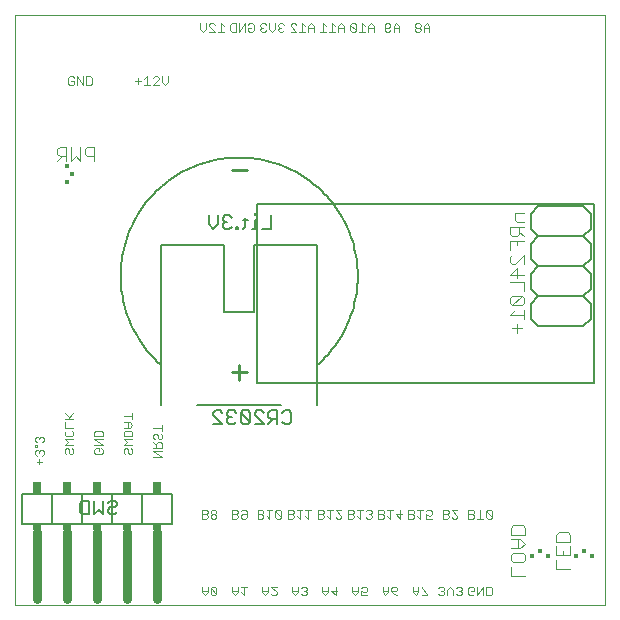
<source format=gbo>
G75*
%MOIN*%
%OFA0B0*%
%FSLAX24Y24*%
%IPPOS*%
%LPD*%
%AMOC8*
5,1,8,0,0,1.08239X$1,22.5*
%
%ADD10C,0.0000*%
%ADD11C,0.0030*%
%ADD12C,0.0040*%
%ADD13C,0.0050*%
%ADD14C,0.0060*%
%ADD15C,0.0300*%
%ADD16R,0.0300X0.0200*%
%ADD17R,0.0300X0.0400*%
%ADD18C,0.0100*%
%ADD19R,0.0128X0.0167*%
%ADD20R,0.0138X0.0138*%
%ADD21R,0.0167X0.0128*%
D10*
X000500Y000500D02*
X000500Y020185D01*
X020185Y020185D01*
X020185Y000500D01*
X000500Y000500D01*
X000500Y020185D01*
X020185Y020185D01*
X020185Y000500D01*
X000500Y000500D01*
D11*
X001324Y005192D02*
X001324Y005386D01*
X001228Y005289D02*
X001421Y005289D01*
X001421Y005487D02*
X001469Y005535D01*
X001469Y005632D01*
X001421Y005681D01*
X001373Y005681D01*
X001324Y005632D01*
X001276Y005681D01*
X001228Y005681D01*
X001179Y005632D01*
X001179Y005535D01*
X001228Y005487D01*
X001324Y005584D02*
X001324Y005632D01*
X001228Y005782D02*
X001179Y005782D01*
X001179Y005830D01*
X001228Y005830D01*
X001228Y005782D01*
X001228Y005929D02*
X001179Y005977D01*
X001179Y006074D01*
X001228Y006123D01*
X001276Y006123D01*
X001324Y006074D01*
X001324Y006026D01*
X001324Y006074D02*
X001373Y006123D01*
X001421Y006123D01*
X001469Y006074D01*
X001469Y005977D01*
X001421Y005929D01*
X002164Y005832D02*
X002260Y005929D01*
X002164Y006026D01*
X002454Y006026D01*
X002405Y006127D02*
X002212Y006127D01*
X002164Y006175D01*
X002164Y006272D01*
X002212Y006321D01*
X002164Y006422D02*
X002164Y006615D01*
X002164Y006716D02*
X002454Y006716D01*
X002309Y006765D02*
X002164Y006910D01*
X002260Y006716D02*
X002454Y006910D01*
X002454Y006422D02*
X002164Y006422D01*
X002405Y006321D02*
X002454Y006272D01*
X002454Y006175D01*
X002405Y006127D01*
X002454Y005832D02*
X002164Y005832D01*
X002212Y005731D02*
X002164Y005683D01*
X002164Y005586D01*
X002212Y005538D01*
X002309Y005586D02*
X002309Y005683D01*
X002260Y005731D01*
X002212Y005731D01*
X002309Y005586D02*
X002357Y005538D01*
X002405Y005538D01*
X002454Y005586D01*
X002454Y005683D01*
X002405Y005731D01*
X003148Y005682D02*
X003148Y005585D01*
X003196Y005537D01*
X003390Y005537D01*
X003438Y005585D01*
X003438Y005682D01*
X003390Y005730D01*
X003293Y005730D02*
X003293Y005633D01*
X003293Y005730D02*
X003196Y005730D01*
X003148Y005682D01*
X003148Y005831D02*
X003438Y005831D01*
X003148Y006025D01*
X003438Y006025D01*
X003438Y006126D02*
X003148Y006126D01*
X003148Y006271D01*
X003196Y006319D01*
X003390Y006319D01*
X003438Y006271D01*
X003438Y006126D01*
X004132Y006127D02*
X004132Y006272D01*
X004180Y006321D01*
X004374Y006321D01*
X004422Y006272D01*
X004422Y006127D01*
X004132Y006127D01*
X004132Y006026D02*
X004422Y006026D01*
X004422Y005832D02*
X004132Y005832D01*
X004229Y005929D01*
X004132Y006026D01*
X004180Y005731D02*
X004132Y005683D01*
X004132Y005586D01*
X004180Y005538D01*
X004277Y005586D02*
X004277Y005683D01*
X004229Y005731D01*
X004180Y005731D01*
X004277Y005586D02*
X004326Y005538D01*
X004374Y005538D01*
X004422Y005586D01*
X004422Y005683D01*
X004374Y005731D01*
X004326Y006422D02*
X004132Y006422D01*
X004277Y006422D02*
X004277Y006615D01*
X004326Y006615D02*
X004132Y006615D01*
X004326Y006615D02*
X004422Y006519D01*
X004326Y006422D01*
X004422Y006716D02*
X004422Y006910D01*
X004422Y006813D02*
X004132Y006813D01*
X005116Y006419D02*
X005407Y006419D01*
X005407Y006323D02*
X005407Y006516D01*
X005358Y006222D02*
X005407Y006173D01*
X005407Y006076D01*
X005358Y006028D01*
X005310Y006028D01*
X005261Y006076D01*
X005261Y006173D01*
X005213Y006222D01*
X005165Y006222D01*
X005116Y006173D01*
X005116Y006076D01*
X005165Y006028D01*
X005116Y005927D02*
X005213Y005830D01*
X005213Y005879D02*
X005213Y005733D01*
X005116Y005733D02*
X005407Y005733D01*
X005407Y005879D01*
X005358Y005927D01*
X005261Y005927D01*
X005213Y005879D01*
X005116Y005632D02*
X005407Y005632D01*
X005407Y005439D02*
X005116Y005439D01*
X005116Y005632D02*
X005407Y005439D01*
X006736Y003679D02*
X006881Y003679D01*
X006930Y003631D01*
X006930Y003582D01*
X006881Y003534D01*
X006736Y003534D01*
X006736Y003679D02*
X006736Y003389D01*
X006881Y003389D01*
X006930Y003437D01*
X006930Y003486D01*
X006881Y003534D01*
X007031Y003582D02*
X007079Y003534D01*
X007176Y003534D01*
X007224Y003582D01*
X007224Y003631D01*
X007176Y003679D01*
X007079Y003679D01*
X007031Y003631D01*
X007031Y003582D01*
X007079Y003534D02*
X007031Y003486D01*
X007031Y003437D01*
X007079Y003389D01*
X007176Y003389D01*
X007224Y003437D01*
X007224Y003486D01*
X007176Y003534D01*
X007740Y003534D02*
X007885Y003534D01*
X007934Y003582D01*
X007934Y003631D01*
X007885Y003679D01*
X007740Y003679D01*
X007740Y003389D01*
X007885Y003389D01*
X007934Y003437D01*
X007934Y003486D01*
X007885Y003534D01*
X008035Y003486D02*
X008035Y003437D01*
X008083Y003389D01*
X008180Y003389D01*
X008228Y003437D01*
X008228Y003631D01*
X008180Y003679D01*
X008083Y003679D01*
X008035Y003631D01*
X008083Y003534D02*
X008228Y003534D01*
X008083Y003534D02*
X008035Y003486D01*
X008597Y003534D02*
X008742Y003534D01*
X008790Y003582D01*
X008790Y003631D01*
X008742Y003679D01*
X008597Y003679D01*
X008597Y003389D01*
X008742Y003389D01*
X008790Y003437D01*
X008790Y003486D01*
X008742Y003534D01*
X008891Y003486D02*
X008988Y003389D01*
X008988Y003679D01*
X008891Y003679D02*
X009085Y003679D01*
X009186Y003631D02*
X009379Y003437D01*
X009379Y003631D01*
X009331Y003679D01*
X009234Y003679D01*
X009186Y003631D01*
X009186Y003437D01*
X009234Y003389D01*
X009331Y003389D01*
X009379Y003437D01*
X009601Y003389D02*
X009746Y003389D01*
X009794Y003437D01*
X009794Y003486D01*
X009746Y003534D01*
X009601Y003534D01*
X009746Y003534D02*
X009794Y003582D01*
X009794Y003631D01*
X009746Y003679D01*
X009601Y003679D01*
X009601Y003389D01*
X009895Y003486D02*
X009992Y003389D01*
X009992Y003679D01*
X009895Y003679D02*
X010089Y003679D01*
X010190Y003679D02*
X010383Y003679D01*
X010287Y003679D02*
X010287Y003389D01*
X010190Y003486D01*
X010605Y003534D02*
X010750Y003534D01*
X010798Y003582D01*
X010798Y003631D01*
X010750Y003679D01*
X010605Y003679D01*
X010605Y003389D01*
X010750Y003389D01*
X010798Y003437D01*
X010798Y003486D01*
X010750Y003534D01*
X010899Y003486D02*
X010996Y003389D01*
X010996Y003679D01*
X010899Y003679D02*
X011093Y003679D01*
X011194Y003679D02*
X011387Y003486D01*
X011387Y003437D01*
X011339Y003389D01*
X011242Y003389D01*
X011194Y003437D01*
X011194Y003679D02*
X011387Y003679D01*
X011608Y003679D02*
X011754Y003679D01*
X011802Y003631D01*
X011802Y003582D01*
X011754Y003534D01*
X011608Y003534D01*
X011608Y003679D02*
X011608Y003389D01*
X011754Y003389D01*
X011802Y003437D01*
X011802Y003486D01*
X011754Y003534D01*
X011903Y003486D02*
X012000Y003389D01*
X012000Y003679D01*
X011903Y003679D02*
X012097Y003679D01*
X012198Y003631D02*
X012246Y003679D01*
X012343Y003679D01*
X012391Y003631D01*
X012391Y003582D01*
X012343Y003534D01*
X012295Y003534D01*
X012343Y003534D02*
X012391Y003486D01*
X012391Y003437D01*
X012343Y003389D01*
X012246Y003389D01*
X012198Y003437D01*
X012612Y003389D02*
X012612Y003679D01*
X012758Y003679D01*
X012806Y003631D01*
X012806Y003582D01*
X012758Y003534D01*
X012612Y003534D01*
X012612Y003389D02*
X012758Y003389D01*
X012806Y003437D01*
X012806Y003486D01*
X012758Y003534D01*
X012907Y003486D02*
X013004Y003389D01*
X013004Y003679D01*
X012907Y003679D02*
X013101Y003679D01*
X013202Y003534D02*
X013395Y003534D01*
X013347Y003679D02*
X013347Y003389D01*
X013202Y003534D01*
X013616Y003534D02*
X013761Y003534D01*
X013810Y003582D01*
X013810Y003631D01*
X013761Y003679D01*
X013616Y003679D01*
X013616Y003389D01*
X013761Y003389D01*
X013810Y003437D01*
X013810Y003486D01*
X013761Y003534D01*
X013911Y003486D02*
X014008Y003389D01*
X014008Y003679D01*
X014104Y003679D02*
X013911Y003679D01*
X014206Y003631D02*
X014254Y003679D01*
X014351Y003679D01*
X014399Y003631D01*
X014399Y003534D01*
X014351Y003486D01*
X014302Y003486D01*
X014206Y003534D01*
X014206Y003389D01*
X014399Y003389D01*
X014768Y003389D02*
X014768Y003679D01*
X014913Y003679D01*
X014961Y003631D01*
X014961Y003582D01*
X014913Y003534D01*
X014768Y003534D01*
X014913Y003534D02*
X014961Y003486D01*
X014961Y003437D01*
X014913Y003389D01*
X014768Y003389D01*
X015062Y003437D02*
X015111Y003389D01*
X015207Y003389D01*
X015256Y003437D01*
X015256Y003486D01*
X015062Y003679D01*
X015256Y003679D01*
X015624Y003679D02*
X015769Y003679D01*
X015818Y003631D01*
X015818Y003582D01*
X015769Y003534D01*
X015624Y003534D01*
X015624Y003679D02*
X015624Y003389D01*
X015769Y003389D01*
X015818Y003437D01*
X015818Y003486D01*
X015769Y003534D01*
X015919Y003389D02*
X016112Y003389D01*
X016016Y003389D02*
X016016Y003679D01*
X016214Y003631D02*
X016407Y003437D01*
X016407Y003631D01*
X016359Y003679D01*
X016262Y003679D01*
X016214Y003631D01*
X016214Y003437D01*
X016262Y003389D01*
X016359Y003389D01*
X016407Y003437D01*
X016359Y001120D02*
X016214Y001120D01*
X016214Y000830D01*
X016359Y000830D01*
X016407Y000878D01*
X016407Y001072D01*
X016359Y001120D01*
X016112Y001120D02*
X016112Y000830D01*
X015919Y000830D02*
X015919Y001120D01*
X015818Y001072D02*
X015818Y000975D01*
X015721Y000975D01*
X015818Y001072D02*
X015769Y001120D01*
X015673Y001120D01*
X015624Y001072D01*
X015624Y000878D01*
X015673Y000830D01*
X015769Y000830D01*
X015818Y000878D01*
X015919Y000830D02*
X016112Y001120D01*
X015403Y001072D02*
X015355Y001120D01*
X015258Y001120D01*
X015210Y001072D01*
X015108Y001023D02*
X015108Y000830D01*
X015210Y000878D02*
X015258Y000830D01*
X015355Y000830D01*
X015403Y000878D01*
X015403Y000926D01*
X015355Y000975D01*
X015403Y001023D01*
X015403Y001072D01*
X015355Y000975D02*
X015306Y000975D01*
X015108Y001023D02*
X015012Y001120D01*
X014915Y001023D01*
X014915Y000830D01*
X014814Y000878D02*
X014814Y000926D01*
X014765Y000975D01*
X014814Y001023D01*
X014814Y001072D01*
X014765Y001120D01*
X014669Y001120D01*
X014620Y001072D01*
X014717Y000975D02*
X014765Y000975D01*
X014814Y000878D02*
X014765Y000830D01*
X014669Y000830D01*
X014620Y000878D01*
X014252Y000878D02*
X014058Y001072D01*
X014058Y001120D01*
X013957Y001120D02*
X013957Y000926D01*
X013860Y000830D01*
X013764Y000926D01*
X013764Y001120D01*
X013764Y000975D02*
X013957Y000975D01*
X014058Y000830D02*
X014252Y000830D01*
X014252Y000878D01*
X013248Y000830D02*
X013151Y000878D01*
X013054Y000975D01*
X013199Y000975D01*
X013248Y001023D01*
X013248Y001072D01*
X013199Y001120D01*
X013103Y001120D01*
X013054Y001072D01*
X013054Y000975D01*
X012953Y000975D02*
X012760Y000975D01*
X012760Y000926D02*
X012856Y000830D01*
X012953Y000926D01*
X012953Y001120D01*
X012760Y001120D02*
X012760Y000926D01*
X012244Y000975D02*
X012244Y001072D01*
X012196Y001120D01*
X012099Y001120D01*
X012050Y001072D01*
X012050Y000975D02*
X012147Y000926D01*
X012196Y000926D01*
X012244Y000975D01*
X012244Y000830D02*
X012050Y000830D01*
X012050Y000975D01*
X011949Y000975D02*
X011756Y000975D01*
X011756Y000926D02*
X011853Y000830D01*
X011949Y000926D01*
X011949Y001120D01*
X011756Y001120D02*
X011756Y000926D01*
X011240Y000975D02*
X011046Y000975D01*
X011192Y000830D01*
X011192Y001120D01*
X010945Y001120D02*
X010945Y000926D01*
X010849Y000830D01*
X010752Y000926D01*
X010752Y001120D01*
X010752Y000975D02*
X010945Y000975D01*
X010236Y001023D02*
X010188Y000975D01*
X010139Y000975D01*
X010188Y000975D02*
X010236Y000926D01*
X010236Y000878D01*
X010188Y000830D01*
X010091Y000830D01*
X010043Y000878D01*
X009941Y000926D02*
X009941Y001120D01*
X010043Y001072D02*
X010091Y001120D01*
X010188Y001120D01*
X010236Y001072D01*
X010236Y001023D01*
X009941Y000975D02*
X009748Y000975D01*
X009748Y000926D02*
X009845Y000830D01*
X009941Y000926D01*
X009748Y000926D02*
X009748Y001120D01*
X009232Y001120D02*
X009039Y001120D01*
X009232Y000926D01*
X009232Y000878D01*
X009184Y000830D01*
X009087Y000830D01*
X009039Y000878D01*
X008937Y000926D02*
X008937Y001120D01*
X008937Y000975D02*
X008744Y000975D01*
X008744Y000926D02*
X008841Y000830D01*
X008937Y000926D01*
X008744Y000926D02*
X008744Y001120D01*
X008228Y001120D02*
X008035Y001120D01*
X008131Y001120D02*
X008131Y000830D01*
X008035Y000926D01*
X007934Y000926D02*
X007934Y001120D01*
X007934Y000975D02*
X007740Y000975D01*
X007740Y000926D02*
X007837Y000830D01*
X007934Y000926D01*
X007740Y000926D02*
X007740Y001120D01*
X007224Y001072D02*
X007224Y000878D01*
X007031Y001072D01*
X007079Y001120D01*
X007176Y001120D01*
X007224Y001072D01*
X007031Y001072D02*
X007031Y000878D01*
X007079Y000830D01*
X007176Y000830D01*
X007224Y000878D01*
X006930Y000926D02*
X006930Y001120D01*
X006930Y000975D02*
X006736Y000975D01*
X006736Y000926D02*
X006833Y000830D01*
X006930Y000926D01*
X006736Y000926D02*
X006736Y001120D01*
X005504Y017838D02*
X005600Y017935D01*
X005600Y018128D01*
X005407Y018128D02*
X005407Y017935D01*
X005504Y017838D01*
X005306Y017838D02*
X005112Y017838D01*
X005306Y018031D01*
X005306Y018080D01*
X005257Y018128D01*
X005161Y018128D01*
X005112Y018080D01*
X004914Y018128D02*
X004914Y017838D01*
X004818Y017838D02*
X005011Y017838D01*
X004818Y018031D02*
X004914Y018128D01*
X004716Y017983D02*
X004523Y017983D01*
X004620Y018080D02*
X004620Y017886D01*
X003069Y017886D02*
X003069Y018080D01*
X003021Y018128D01*
X002876Y018128D01*
X002876Y017838D01*
X003021Y017838D01*
X003069Y017886D01*
X002775Y017838D02*
X002775Y018128D01*
X002581Y018128D02*
X002775Y017838D01*
X002581Y017838D02*
X002581Y018128D01*
X002480Y018080D02*
X002432Y018128D01*
X002335Y018128D01*
X002287Y018080D01*
X002287Y017886D01*
X002335Y017838D01*
X002432Y017838D01*
X002480Y017886D01*
X002480Y017983D01*
X002383Y017983D01*
X006680Y019706D02*
X006680Y019900D01*
X006873Y019900D02*
X006873Y019706D01*
X006776Y019609D01*
X006680Y019706D01*
X006974Y019609D02*
X007168Y019609D01*
X006974Y019803D01*
X006974Y019851D01*
X007023Y019900D01*
X007119Y019900D01*
X007168Y019851D01*
X007366Y019900D02*
X007366Y019609D01*
X007462Y019609D02*
X007269Y019609D01*
X007462Y019803D02*
X007366Y019900D01*
X007684Y019851D02*
X007732Y019900D01*
X007877Y019900D01*
X007877Y019609D01*
X007732Y019609D01*
X007684Y019658D01*
X007684Y019851D01*
X007978Y019900D02*
X007978Y019609D01*
X008172Y019900D01*
X008172Y019609D01*
X008273Y019658D02*
X008273Y019755D01*
X008370Y019755D01*
X008466Y019851D02*
X008466Y019658D01*
X008418Y019609D01*
X008321Y019609D01*
X008273Y019658D01*
X008273Y019851D02*
X008321Y019900D01*
X008418Y019900D01*
X008466Y019851D01*
X008687Y019851D02*
X008687Y019803D01*
X008736Y019755D01*
X008687Y019706D01*
X008687Y019658D01*
X008736Y019609D01*
X008833Y019609D01*
X008881Y019658D01*
X008982Y019706D02*
X008982Y019900D01*
X008881Y019851D02*
X008833Y019900D01*
X008736Y019900D01*
X008687Y019851D01*
X008736Y019755D02*
X008784Y019755D01*
X008982Y019706D02*
X009079Y019609D01*
X009176Y019706D01*
X009176Y019900D01*
X009277Y019851D02*
X009325Y019900D01*
X009422Y019900D01*
X009470Y019851D01*
X009374Y019755D02*
X009325Y019755D01*
X009277Y019706D01*
X009277Y019658D01*
X009325Y019609D01*
X009422Y019609D01*
X009470Y019658D01*
X009325Y019755D02*
X009277Y019803D01*
X009277Y019851D01*
X009691Y019851D02*
X009740Y019900D01*
X009837Y019900D01*
X009885Y019851D01*
X009691Y019851D02*
X009691Y019803D01*
X009885Y019609D01*
X009691Y019609D01*
X009986Y019609D02*
X010180Y019609D01*
X010083Y019609D02*
X010083Y019900D01*
X010180Y019803D01*
X010281Y019803D02*
X010281Y019609D01*
X010281Y019755D02*
X010474Y019755D01*
X010474Y019803D02*
X010377Y019900D01*
X010281Y019803D01*
X010474Y019803D02*
X010474Y019609D01*
X010676Y019609D02*
X010869Y019609D01*
X010772Y019609D02*
X010772Y019900D01*
X010869Y019803D01*
X010970Y019609D02*
X011164Y019609D01*
X011067Y019609D02*
X011067Y019900D01*
X011164Y019803D01*
X011265Y019803D02*
X011265Y019609D01*
X011265Y019755D02*
X011458Y019755D01*
X011458Y019803D02*
X011362Y019900D01*
X011265Y019803D01*
X011458Y019803D02*
X011458Y019609D01*
X011680Y019658D02*
X011680Y019851D01*
X011873Y019658D01*
X011825Y019609D01*
X011728Y019609D01*
X011680Y019658D01*
X011873Y019658D02*
X011873Y019851D01*
X011825Y019900D01*
X011728Y019900D01*
X011680Y019851D01*
X011974Y019609D02*
X012168Y019609D01*
X012071Y019609D02*
X012071Y019900D01*
X012168Y019803D01*
X012269Y019803D02*
X012269Y019609D01*
X012269Y019755D02*
X012462Y019755D01*
X012462Y019803D02*
X012366Y019900D01*
X012269Y019803D01*
X012462Y019803D02*
X012462Y019609D01*
X012831Y019658D02*
X012831Y019851D01*
X012879Y019900D01*
X012976Y019900D01*
X013024Y019851D01*
X013024Y019803D01*
X012976Y019755D01*
X012831Y019755D01*
X012831Y019658D02*
X012879Y019609D01*
X012976Y019609D01*
X013024Y019658D01*
X013126Y019609D02*
X013126Y019803D01*
X013222Y019900D01*
X013319Y019803D01*
X013319Y019609D01*
X013319Y019755D02*
X013126Y019755D01*
X013835Y019803D02*
X013883Y019755D01*
X013980Y019755D01*
X014028Y019803D01*
X014028Y019851D01*
X013980Y019900D01*
X013883Y019900D01*
X013835Y019851D01*
X013835Y019803D01*
X013883Y019755D02*
X013835Y019706D01*
X013835Y019658D01*
X013883Y019609D01*
X013980Y019609D01*
X014028Y019658D01*
X014028Y019706D01*
X013980Y019755D01*
X014129Y019755D02*
X014323Y019755D01*
X014323Y019803D02*
X014226Y019900D01*
X014129Y019803D01*
X014129Y019609D01*
X014323Y019609D02*
X014323Y019803D01*
D12*
X017165Y013567D02*
X017165Y013336D01*
X017242Y013260D01*
X017472Y013260D01*
X017472Y013106D02*
X017012Y013106D01*
X017012Y012876D01*
X017088Y012799D01*
X017242Y012799D01*
X017319Y012876D01*
X017319Y013106D01*
X017319Y012953D02*
X017472Y012799D01*
X017472Y012646D02*
X017012Y012646D01*
X017012Y012339D01*
X017088Y012185D02*
X017012Y012109D01*
X017012Y011955D01*
X017088Y011879D01*
X017165Y011879D01*
X017472Y012185D01*
X017472Y011879D01*
X017242Y011725D02*
X017242Y011418D01*
X017472Y011495D02*
X017012Y011495D01*
X017242Y011725D01*
X017012Y011265D02*
X017472Y011265D01*
X017472Y010958D01*
X017395Y010804D02*
X017088Y010497D01*
X017395Y010497D01*
X017472Y010574D01*
X017472Y010728D01*
X017395Y010804D01*
X017088Y010804D01*
X017012Y010728D01*
X017012Y010574D01*
X017088Y010497D01*
X017165Y010344D02*
X017012Y010190D01*
X017472Y010190D01*
X017472Y010037D02*
X017472Y010344D01*
X017242Y009883D02*
X017242Y009577D01*
X017395Y009730D02*
X017088Y009730D01*
X017242Y012492D02*
X017242Y012646D01*
X017165Y013567D02*
X017472Y013567D01*
X017431Y003161D02*
X017124Y003161D01*
X017048Y003085D01*
X017048Y002854D01*
X017508Y002854D01*
X017508Y003085D01*
X017431Y003161D01*
X017354Y002701D02*
X017048Y002701D01*
X017278Y002701D02*
X017278Y002394D01*
X017354Y002394D02*
X017508Y002547D01*
X017354Y002701D01*
X017354Y002394D02*
X017048Y002394D01*
X017124Y002241D02*
X017431Y002241D01*
X017508Y002164D01*
X017508Y002010D01*
X017431Y001934D01*
X017124Y001934D01*
X017048Y002010D01*
X017048Y002164D01*
X017124Y002241D01*
X017048Y001780D02*
X017048Y001473D01*
X017508Y001473D01*
X018551Y001703D02*
X018551Y002010D01*
X018551Y002164D02*
X018551Y002471D01*
X018551Y002624D02*
X018551Y002854D01*
X018628Y002931D01*
X018935Y002931D01*
X019012Y002854D01*
X019012Y002624D01*
X018551Y002624D01*
X018782Y002317D02*
X018782Y002164D01*
X019012Y002164D02*
X018551Y002164D01*
X018551Y001703D02*
X019012Y001703D01*
X019012Y002164D02*
X019012Y002471D01*
X003143Y015319D02*
X003143Y015780D01*
X002913Y015780D01*
X002836Y015703D01*
X002836Y015549D01*
X002913Y015473D01*
X003143Y015473D01*
X002683Y015319D02*
X002529Y015473D01*
X002376Y015319D01*
X002376Y015780D01*
X002222Y015780D02*
X001992Y015780D01*
X001915Y015703D01*
X001915Y015549D01*
X001992Y015473D01*
X002222Y015473D01*
X002069Y015473D02*
X001915Y015319D01*
X002222Y015319D02*
X002222Y015780D01*
X002683Y015780D02*
X002683Y015319D01*
D13*
X006965Y013499D02*
X006965Y013199D01*
X007116Y013049D01*
X007266Y013199D01*
X007266Y013499D01*
X007426Y013424D02*
X007426Y013349D01*
X007501Y013274D01*
X007426Y013199D01*
X007426Y013124D01*
X007501Y013049D01*
X007651Y013049D01*
X007726Y013124D01*
X007881Y013124D02*
X007881Y013049D01*
X007956Y013049D01*
X007956Y013124D01*
X007881Y013124D01*
X008113Y013049D02*
X008188Y013124D01*
X008188Y013424D01*
X008263Y013349D02*
X008113Y013349D01*
X007726Y013424D02*
X007651Y013499D01*
X007501Y013499D01*
X007426Y013424D01*
X007501Y013274D02*
X007576Y013274D01*
X008420Y013049D02*
X008570Y013049D01*
X008495Y013049D02*
X008495Y013349D01*
X008570Y013349D01*
X008495Y013499D02*
X008495Y013574D01*
X008571Y013886D02*
X008571Y007902D01*
X019791Y007902D01*
X019791Y013295D01*
X019791Y013886D01*
X019201Y013886D01*
X008571Y013886D01*
X009031Y013499D02*
X009031Y013049D01*
X008730Y013049D01*
X008722Y006999D02*
X008797Y006924D01*
X008722Y006999D02*
X008572Y006999D01*
X008497Y006924D01*
X008497Y006849D01*
X008797Y006549D01*
X008497Y006549D01*
X008336Y006624D02*
X008036Y006924D01*
X008036Y006624D01*
X008111Y006549D01*
X008261Y006549D01*
X008336Y006624D01*
X008336Y006924D01*
X008261Y006999D01*
X008111Y006999D01*
X008036Y006924D01*
X007876Y006924D02*
X007801Y006999D01*
X007651Y006999D01*
X007576Y006924D01*
X007576Y006849D01*
X007651Y006774D01*
X007576Y006699D01*
X007576Y006624D01*
X007651Y006549D01*
X007801Y006549D01*
X007876Y006624D01*
X007726Y006774D02*
X007651Y006774D01*
X007416Y006924D02*
X007341Y006999D01*
X007191Y006999D01*
X007115Y006924D01*
X007115Y006849D01*
X007416Y006549D01*
X007115Y006549D01*
X008957Y006549D02*
X009107Y006699D01*
X009032Y006699D02*
X009257Y006699D01*
X009257Y006549D02*
X009257Y006999D01*
X009032Y006999D01*
X008957Y006924D01*
X008957Y006774D01*
X009032Y006699D01*
X009417Y006624D02*
X009492Y006549D01*
X009643Y006549D01*
X009718Y006624D01*
X009718Y006924D01*
X009643Y006999D01*
X009492Y006999D01*
X009417Y006924D01*
X003906Y003910D02*
X003906Y003835D01*
X003831Y003760D01*
X003681Y003760D01*
X003605Y003685D01*
X003605Y003610D01*
X003681Y003535D01*
X003831Y003535D01*
X003906Y003610D01*
X003906Y003910D02*
X003831Y003985D01*
X003681Y003985D01*
X003605Y003910D01*
X003445Y003985D02*
X003445Y003535D01*
X003295Y003685D01*
X003145Y003535D01*
X003145Y003985D01*
X002985Y003985D02*
X002760Y003985D01*
X002685Y003910D01*
X002685Y003610D01*
X002760Y003535D01*
X002985Y003535D01*
X002985Y003985D01*
D14*
X002756Y004203D02*
X003756Y004203D01*
X004756Y004203D01*
X005756Y004203D01*
X005756Y003203D01*
X004756Y003203D01*
X003756Y003203D01*
X002756Y003203D01*
X001756Y003203D01*
X000756Y003203D01*
X000756Y004203D01*
X001756Y004203D01*
X002756Y004203D01*
X002756Y003203D01*
X003756Y003203D02*
X003756Y004203D01*
X004756Y004203D02*
X004756Y003203D01*
X001756Y003203D02*
X001756Y004203D01*
X005380Y007174D02*
X005380Y012524D01*
X007480Y012524D01*
X007480Y010274D01*
X008480Y010274D01*
X008480Y012524D01*
X010580Y012524D01*
X010580Y007174D01*
X009380Y007174D02*
X006580Y007174D01*
X005343Y008533D02*
X005252Y008617D01*
X005163Y008705D01*
X005077Y008795D01*
X004995Y008888D01*
X004915Y008983D01*
X004838Y009081D01*
X004764Y009181D01*
X004693Y009283D01*
X004626Y009388D01*
X004562Y009495D01*
X004501Y009603D01*
X004444Y009714D01*
X004390Y009826D01*
X004340Y009940D01*
X004294Y010055D01*
X004251Y010172D01*
X004212Y010290D01*
X004176Y010409D01*
X004145Y010530D01*
X004117Y010651D01*
X004093Y010773D01*
X004073Y010896D01*
X004056Y011019D01*
X004044Y011143D01*
X004035Y011267D01*
X004031Y011391D01*
X004030Y011516D01*
X004033Y011640D01*
X004041Y011764D01*
X004052Y011888D01*
X004067Y012012D01*
X004086Y012135D01*
X004108Y012257D01*
X004135Y012379D01*
X004165Y012499D01*
X004200Y012619D01*
X004237Y012737D01*
X004279Y012855D01*
X004324Y012970D01*
X004373Y013085D01*
X004426Y013198D01*
X004482Y013309D01*
X004541Y013418D01*
X004604Y013525D01*
X004671Y013631D01*
X004740Y013734D01*
X004813Y013835D01*
X004889Y013933D01*
X004968Y014029D01*
X005050Y014123D01*
X005135Y014214D01*
X005222Y014302D01*
X005313Y014388D01*
X005406Y014470D01*
X005502Y014550D01*
X005600Y014626D01*
X005700Y014700D01*
X005803Y014770D01*
X005908Y014837D01*
X006015Y014900D01*
X006124Y014961D01*
X006234Y015017D01*
X006347Y015071D01*
X006461Y015120D01*
X006576Y015166D01*
X006693Y015209D01*
X006812Y015247D01*
X006931Y015282D01*
X007051Y015313D01*
X007173Y015341D01*
X007295Y015364D01*
X007418Y015384D01*
X007541Y015400D01*
X007665Y015411D01*
X007789Y015419D01*
X007914Y015423D01*
X008038Y015424D01*
X008162Y015420D01*
X008287Y015412D01*
X008410Y015400D01*
X008534Y015385D01*
X008657Y015366D01*
X008779Y015342D01*
X008900Y015315D01*
X009021Y015284D01*
X009140Y015250D01*
X009259Y015211D01*
X009376Y015169D01*
X009492Y015123D01*
X009606Y015074D01*
X009718Y015021D01*
X009829Y014964D01*
X009938Y014904D01*
X010045Y014841D01*
X010150Y014774D01*
X010253Y014704D01*
X010354Y014631D01*
X010452Y014555D01*
X010548Y014476D01*
X010641Y014393D01*
X010732Y014308D01*
X010820Y014220D01*
X010905Y014129D01*
X010987Y014036D01*
X011066Y013940D01*
X011142Y013841D01*
X011215Y013740D01*
X011285Y013637D01*
X011351Y013532D01*
X011414Y013425D01*
X011474Y013316D01*
X011530Y013205D01*
X011583Y013092D01*
X011632Y012978D01*
X011678Y012862D01*
X011720Y012745D01*
X011758Y012627D01*
X011792Y012507D01*
X011823Y012387D01*
X011850Y012265D01*
X011873Y012143D01*
X011892Y012020D01*
X011907Y011896D01*
X011919Y011773D01*
X011926Y011648D01*
X011930Y011524D01*
X011929Y011402D01*
X011925Y011281D01*
X011917Y011159D01*
X011906Y011038D01*
X011891Y010917D01*
X011872Y010797D01*
X011849Y010677D01*
X011822Y010559D01*
X011792Y010441D01*
X011759Y010324D01*
X011722Y010208D01*
X011681Y010093D01*
X011636Y009980D01*
X011589Y009868D01*
X011537Y009757D01*
X011483Y009648D01*
X011425Y009541D01*
X011364Y009436D01*
X011299Y009333D01*
X011232Y009232D01*
X011161Y009132D01*
X011087Y009036D01*
X011011Y008941D01*
X010931Y008849D01*
X010849Y008759D01*
X010764Y008672D01*
X010676Y008587D01*
X010586Y008506D01*
X017697Y010041D02*
X017947Y009791D01*
X019447Y009791D01*
X019697Y010041D01*
X019697Y010541D01*
X019447Y010791D01*
X017947Y010791D01*
X017697Y010541D01*
X017697Y010041D01*
X017947Y010791D02*
X017697Y011041D01*
X017697Y011541D01*
X017947Y011791D01*
X019447Y011791D01*
X019697Y011541D01*
X019697Y011041D01*
X019447Y010791D01*
X019447Y011791D02*
X019697Y012041D01*
X019697Y012541D01*
X019447Y012791D01*
X017947Y012791D01*
X017697Y012541D01*
X017697Y012041D01*
X017947Y011791D01*
X017947Y012791D02*
X017697Y013041D01*
X017697Y013541D01*
X017947Y013791D01*
X019447Y013791D01*
X019697Y013541D01*
X019697Y013041D01*
X019447Y012791D01*
D15*
X005256Y002953D02*
X005256Y000703D01*
X004256Y000703D02*
X004256Y002953D01*
X003256Y002953D02*
X003256Y000703D01*
X002256Y000703D02*
X002256Y002953D01*
X001256Y002953D02*
X001256Y000703D01*
D16*
X001256Y003103D03*
X002256Y003103D03*
X003256Y003103D03*
X004256Y003103D03*
X005256Y003103D03*
D17*
X005256Y004403D03*
X004256Y004403D03*
X003256Y004403D03*
X002256Y004403D03*
X001256Y004403D03*
D18*
X007730Y008274D02*
X008230Y008274D01*
X007980Y008024D02*
X007980Y008524D01*
X007730Y015024D02*
X008230Y015024D01*
D19*
X017725Y002153D03*
X018267Y002153D03*
X019210Y002153D03*
X019751Y002153D03*
D20*
X019480Y002305D03*
X017996Y002305D03*
X002400Y014870D03*
D21*
X002247Y015141D03*
X002247Y014599D03*
M02*

</source>
